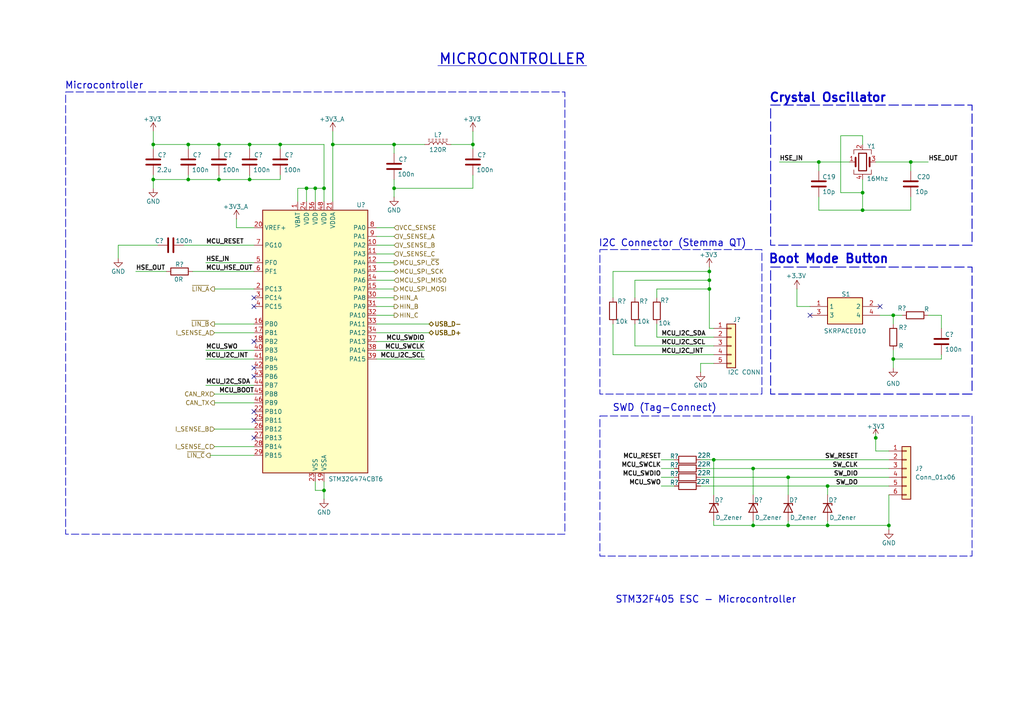
<source format=kicad_sch>
(kicad_sch (version 20250114) (generator "eeschema") (generator_version "9.0")
  (paper "A4")
  (title_block (title "STM32F405 ESC") (rev "0.0.1") (company "mangoByte"))
  (lib_symbols
    (symbol "Connector_Generic:Conn_01x05" (pin_names (offset 1.016) (hide yes))
      (property "Reference" "J" (at 0 7.62 0))
      (property "Value" "Conn_01x05" (at 0 -7.62 0))
      (symbol "Conn_01x05_1_1"
        (rectangle (start -1.27 6.35) (end 1.27 -6.35) (stroke (width 0.254)) (fill (type background)))
        (rectangle (start -1.27 5.207) (end 0 4.953) (stroke (width 0.1524)))
        (rectangle (start -1.27 2.667) (end 0 2.413) (stroke (width 0.1524)))
        (rectangle (start -1.27 0.127) (end 0 -0.127) (stroke (width 0.1524)))
        (rectangle (start -1.27 -2.413) (end 0 -2.667) (stroke (width 0.1524)))
        (rectangle (start -1.27 -4.953) (end 0 -5.207) (stroke (width 0.1524)))
        (pin passive line (at -5.08 5.08 0) (length 3.81) (name "Pin_1") (number "1"))
        (pin passive line (at -5.08 2.54 0) (length 3.81) (name "Pin_2") (number "2"))
        (pin passive line (at -5.08 0 0) (length 3.81) (name "Pin_3") (number "3"))
        (pin passive line (at -5.08 -2.54 0) (length 3.81) (name "Pin_4") (number "4"))
        (pin passive line (at -5.08 -5.08 0) (length 3.81) (name "Pin_5") (number "5"))
      )
    )
    (symbol "Connector_Generic:Conn_01x06" (pin_names (offset 1.016) (hide yes))
      (property "Reference" "J" (at 0 7.62 0))
      (property "Value" "Conn_01x06" (at 0 -10.16 0))
      (symbol "Conn_01x06_1_1"
        (rectangle (start -1.27 6.35) (end 1.27 -8.89) (stroke (width 0.254)) (fill (type background)))
        (rectangle (start -1.27 5.207) (end 0 4.953) (stroke (width 0.1524)))
        (rectangle (start -1.27 2.667) (end 0 2.413) (stroke (width 0.1524)))
        (rectangle (start -1.27 0.127) (end 0 -0.127) (stroke (width 0.1524)))
        (rectangle (start -1.27 -2.413) (end 0 -2.667) (stroke (width 0.1524)))
        (rectangle (start -1.27 -4.953) (end 0 -5.207) (stroke (width 0.1524)))
        (rectangle (start -1.27 -7.493) (end 0 -7.747) (stroke (width 0.1524)))
        (pin passive line (at -5.08 5.08 0) (length 3.81) (name "Pin_1") (number "1"))
        (pin passive line (at -5.08 2.54 0) (length 3.81) (name "Pin_2") (number "2"))
        (pin passive line (at -5.08 0 0) (length 3.81) (name "Pin_3") (number "3"))
        (pin passive line (at -5.08 -2.54 0) (length 3.81) (name "Pin_4") (number "4"))
        (pin passive line (at -5.08 -5.08 0) (length 3.81) (name "Pin_5") (number "5"))
        (pin passive line (at -5.08 -7.62 0) (length 3.81) (name "Pin_6") (number "6"))
      )
    )
    (symbol "Device:C" (pin_numbers (hide yes)) (pin_names (offset 0.254))
      (property "Reference" "C" (at 0.635 2.54 0))
      (property "Value" "C" (at 0.635 -2.54 0))
      (symbol "C_0_1"
        (polyline (pts (xy -2.032 0.762) (xy 2.032 0.762)) (stroke (width 0.508)))
        (polyline (pts (xy -2.032 -0.762) (xy 2.032 -0.762)) (stroke (width 0.508)))
      )
      (symbol "C_1_1"
        (pin passive line (at 0 3.81 270) (length 2.794) (name "~") (number "1"))
        (pin passive line (at 0 -3.81 90) (length 2.794) (name "~") (number "2"))
      )
    )
    (symbol "Device:Crystal_GND24" (pin_names (offset 1.016) (hide yes))
      (property "Reference" "Y" (at 3.175 5.08 0))
      (property "Value" "Crystal_GND24" (at 3.175 3.175 0))
      (symbol "Crystal_GND24_0_1"
        (polyline (pts (xy -2.54 2.286) (xy -2.54 3.556) (xy 2.54 3.556) (xy 2.54 2.286)))
        (polyline (pts (xy -2.54 0) (xy -2.032 0)))
        (polyline (pts (xy -2.54 -2.286) (xy -2.54 -3.556) (xy 2.54 -3.556) (xy 2.54 -2.286)))
        (polyline (pts (xy -2.032 -1.27) (xy -2.032 1.27)) (stroke (width 0.508)))
        (rectangle (start -1.143 2.54) (end 1.143 -2.54) (stroke (width 0.3048)))
        (polyline (pts (xy 0 3.556) (xy 0 3.81)))
        (polyline (pts (xy 0 -3.81) (xy 0 -3.556)))
        (polyline (pts (xy 2.032 0) (xy 2.54 0)))
        (polyline (pts (xy 2.032 -1.27) (xy 2.032 1.27)) (stroke (width 0.508)))
      )
      (symbol "Crystal_GND24_1_1"
        (pin passive line (at -3.81 0 0) (length 1.27) (name "1") (number "1"))
        (pin passive line (at 0 5.08 270) (length 1.27) (name "2") (number "2"))
        (pin passive line (at 0 -5.08 90) (length 1.27) (name "4") (number "4"))
        (pin passive line (at 3.81 0 180) (length 1.27) (name "3") (number "3"))
      )
    )
    (symbol "Device:D_Zener" (pin_numbers (hide yes)) (pin_names (offset 1.016) (hide yes))
      (property "Reference" "D" (at 0 2.54 0))
      (property "Value" "D_Zener" (at 0 -2.54 0))
      (symbol "D_Zener_0_1"
        (polyline (pts (xy -1.27 -1.27) (xy -1.27 1.27) (xy -0.762 1.27)) (stroke (width 0.254)))
        (polyline (pts (xy 1.27 0) (xy -1.27 0)))
        (polyline (pts (xy 1.27 -1.27) (xy 1.27 1.27) (xy -1.27 0) (xy 1.27 -1.27)) (stroke (width 0.254)))
      )
      (symbol "D_Zener_1_1"
        (pin passive line (at -3.81 0 0) (length 2.54) (name "K") (number "1"))
        (pin passive line (at 3.81 0 180) (length 2.54) (name "A") (number "2"))
      )
    )
    (symbol "Device:L_Ferrite" (pin_numbers (hide yes)) (pin_names (offset 1.016) (hide yes))
      (property "Reference" "L" (at -1.27 0 90))
      (property "Value" "L_Ferrite" (at 2.794 0 90))
      (symbol "L_Ferrite_0_1"
        (arc (start 0 2.54) (mid 0.6323 1.905) (end 0 1.27))
        (arc (start 0 1.27) (mid 0.6323 0.635) (end 0 0))
        (arc (start 0 0) (mid 0.6323 -0.635) (end 0 -1.27))
        (arc (start 0 -1.27) (mid 0.6323 -1.905) (end 0 -2.54))
        (polyline (pts (xy 1.016 2.286) (xy 1.016 2.794)))
        (polyline (pts (xy 1.016 1.27) (xy 1.016 1.778)))
        (polyline (pts (xy 1.016 0.254) (xy 1.016 0.762)))
        (polyline (pts (xy 1.016 -0.762) (xy 1.016 -0.254)))
        (polyline (pts (xy 1.016 -1.778) (xy 1.016 -1.27)))
        (polyline (pts (xy 1.016 -2.794) (xy 1.016 -2.286)))
        (polyline (pts (xy 1.524 2.794) (xy 1.524 2.286)))
        (polyline (pts (xy 1.524 1.778) (xy 1.524 1.27)))
        (polyline (pts (xy 1.524 0.762) (xy 1.524 0.254)))
        (polyline (pts (xy 1.524 -0.254) (xy 1.524 -0.762)))
        (polyline (pts (xy 1.524 -1.27) (xy 1.524 -1.778)))
        (polyline (pts (xy 1.524 -2.286) (xy 1.524 -2.794)))
      )
      (symbol "L_Ferrite_1_1"
        (pin passive line (at 0 3.81 270) (length 1.27) (name "1") (number "1"))
        (pin passive line (at 0 -3.81 90) (length 1.27) (name "2") (number "2"))
      )
    )
    (symbol "Device:R" (pin_numbers (hide yes)) (pin_names (offset 0))
      (property "Reference" "R" (at 2.032 0 90))
      (property "Value" "R" (at 0 0 90))
      (symbol "R_0_1"
        (rectangle (start -1.016 -2.54) (end 1.016 2.54) (stroke (width 0.254)))
      )
      (symbol "R_1_1"
        (pin passive line (at 0 3.81 270) (length 1.27) (name "~") (number "1"))
        (pin passive line (at 0 -3.81 90) (length 1.27) (name "~") (number "2"))
      )
    )
    (symbol "MCU_ST_STM32G4:STM32G474CBTx"
      (property "Reference" "U" (at -15.24 39.37 0))
      (property "Value" "STM32G474CBTx" (at 7.62 39.37 0))
      (symbol "STM32G474CBTx_0_1"
        (rectangle (start -15.24 -38.1) (end 15.24 38.1) (stroke (width 0.254)) (fill (type background)))
      )
      (symbol "STM32G474CBTx_1_1"
        (pin input line (at -17.78 33.02 0) (length 2.54) (name "VREF+") (number "20"))
        (pin bidirectional line (at -17.78 27.94 0) (length 2.54) (name "PG10") (number "7"))
        (pin bidirectional line (at -17.78 22.86 0) (length 2.54) (name "PF0") (number "5"))
        (pin bidirectional line (at -17.78 20.32 0) (length 2.54) (name "PF1") (number "6"))
        (pin bidirectional line (at -17.78 15.24 0) (length 2.54) (name "PC13") (number "2"))
        (pin bidirectional line (at -17.78 12.7 0) (length 2.54) (name "PC14") (number "3"))
        (pin bidirectional line (at -17.78 10.16 0) (length 2.54) (name "PC15") (number "4"))
        (pin bidirectional line (at -17.78 5.08 0) (length 2.54) (name "PB0") (number "16"))
        (pin bidirectional line (at -17.78 2.54 0) (length 2.54) (name "PB1") (number "17"))
        (pin bidirectional line (at -17.78 0 0) (length 2.54) (name "PB2") (number "18"))
        (pin bidirectional line (at -17.78 -2.54 0) (length 2.54) (name "PB3") (number "40"))
        (pin bidirectional line (at -17.78 -5.08 0) (length 2.54) (name "PB4") (number "41"))
        (pin bidirectional line (at -17.78 -7.62 0) (length 2.54) (name "PB5") (number "42"))
        (pin bidirectional line (at -17.78 -10.16 0) (length 2.54) (name "PB6") (number "43"))
        (pin bidirectional line (at -17.78 -12.7 0) (length 2.54) (name "PB7") (number "44"))
        (pin bidirectional line (at -17.78 -15.24 0) (length 2.54) (name "PB8") (number "45"))
        (pin bidirectional line (at -17.78 -17.78 0) (length 2.54) (name "PB9") (number "46"))
        (pin bidirectional line (at -17.78 -20.32 0) (length 2.54) (name "PB10") (number "22"))
        (pin bidirectional line (at -17.78 -22.86 0) (length 2.54) (name "PB11") (number "25"))
        (pin bidirectional line (at -17.78 -25.4 0) (length 2.54) (name "PB12") (number "26"))
        (pin bidirectional line (at -17.78 -27.94 0) (length 2.54) (name "PB13") (number "27"))
        (pin bidirectional line (at -17.78 -30.48 0) (length 2.54) (name "PB14") (number "28"))
        (pin bidirectional line (at -17.78 -33.02 0) (length 2.54) (name "PB15") (number "29"))
        (pin power_in line (at -5.08 40.64 270) (length 2.54) (name "VBAT") (number "1"))
        (pin power_in line (at -2.54 40.64 270) (length 2.54) (name "VDD") (number "24"))
        (pin power_in line (at 0 40.64 270) (length 2.54) (name "VDD") (number "36"))
        (pin power_in line (at 0 -40.64 90) (length 2.54) (name "VSS") (number "23"))
        (pin passive line (at 0 -40.64 90) (length 2.54) (hide yes) (name "VSS") (number "35"))
        (pin passive line (at 0 -40.64 90) (length 2.54) (hide yes) (name "VSS") (number "47"))
        (pin power_in line (at 2.54 40.64 270) (length 2.54) (name "VDD") (number "48"))
        (pin power_in line (at 2.54 -40.64 90) (length 2.54) (name "VSSA") (number "19"))
        (pin power_in line (at 5.08 40.64 270) (length 2.54) (name "VDDA") (number "21"))
        (pin bidirectional line (at 17.78 33.02 180) (length 2.54) (name "PA0") (number "8"))
        (pin bidirectional line (at 17.78 30.48 180) (length 2.54) (name "PA1") (number "9"))
        (pin bidirectional line (at 17.78 27.94 180) (length 2.54) (name "PA2") (number "10"))
        (pin bidirectional line (at 17.78 25.4 180) (length 2.54) (name "PA3") (number "11"))
        (pin bidirectional line (at 17.78 22.86 180) (length 2.54) (name "PA4") (number "12"))
        (pin bidirectional line (at 17.78 20.32 180) (length 2.54) (name "PA5") (number "13"))
        (pin bidirectional line (at 17.78 17.78 180) (length 2.54) (name "PA6") (number "14"))
        (pin bidirectional line (at 17.78 15.24 180) (length 2.54) (name "PA7") (number "15"))
        (pin bidirectional line (at 17.78 12.7 180) (length 2.54) (name "PA8") (number "30"))
        (pin bidirectional line (at 17.78 10.16 180) (length 2.54) (name "PA9") (number "31"))
        (pin bidirectional line (at 17.78 7.62 180) (length 2.54) (name "PA10") (number "32"))
        (pin bidirectional line (at 17.78 5.08 180) (length 2.54) (name "PA11") (number "33"))
        (pin bidirectional line (at 17.78 2.54 180) (length 2.54) (name "PA12") (number "34"))
        (pin bidirectional line (at 17.78 0 180) (length 2.54) (name "PA13") (number "37"))
        (pin bidirectional line (at 17.78 -2.54 180) (length 2.54) (name "PA14") (number "38"))
        (pin bidirectional line (at 17.78 -5.08 180) (length 2.54) (name "PA15") (number "39"))
      )
    )
    (symbol "No silk screen devices:R" (pin_numbers (hide yes)) (pin_names (offset 0))
      (property "Reference" "R" (at 2.032 0 90))
      (property "Value" "R" (at 0 0 90))
      (symbol "R_0_1"
        (rectangle (start -1.016 -2.54) (end 1.016 2.54) (stroke (width 0.254)))
      )
      (symbol "R_1_1"
        (pin passive line (at 0 3.81 270) (length 1.27) (name "~") (number "1"))
        (pin passive line (at 0 -3.81 90) (length 1.27) (name "~") (number "2"))
      )
    )
    (symbol "SKRPARE010:SKRPARE010"
      (property "Reference" "S" (at 16.51 7.62 0))
      (property "Value" "SKRPARE010" (at 16.51 5.08 0))
      (symbol "SKRPARE010_1_1"
        (rectangle (start 5.08 2.54) (end 15.24 -5.08) (stroke (width 0.254)) (fill (type background)))
        (pin passive line (at 0 0 0) (length 5.08) (name "1") (number "1"))
        (pin passive line (at 0 -2.54 0) (length 5.08) (name "3") (number "3"))
        (pin passive line (at 20.32 0 180) (length 5.08) (name "2") (number "2"))
        (pin passive line (at 20.32 -2.54 180) (length 5.08) (name "4") (number "4"))
      )
    )
    (symbol "power:+3.3V" (power) (pin_numbers (hide yes)) (pin_names (offset 0) (hide yes))
      (property "Value" "+3.3V" (at 0 3.556 0))
      (symbol "+3.3V_0_1"
        (polyline (pts (xy -0.762 1.27) (xy 0 2.54)))
        (polyline (pts (xy 0 2.54) (xy 0.762 1.27)))
        (polyline (pts (xy 0 0) (xy 0 2.54)))
      )
      (symbol "+3.3V_1_1"
        (pin power_in line (at 0 0 90) (length 0) (name "~") (number "1"))
      )
    )
    (symbol "power:+3V3" (power) (pin_numbers (hide yes)) (pin_names (offset 0) (hide yes))
      (property "Value" "+3V3" (at 0 3.556 0))
      (symbol "+3V3_0_1"
        (polyline (pts (xy -0.762 1.27) (xy 0 2.54)))
        (polyline (pts (xy 0 2.54) (xy 0.762 1.27)))
        (polyline (pts (xy 0 0) (xy 0 2.54)))
      )
      (symbol "+3V3_1_1"
        (pin power_in line (at 0 0 90) (length 0) (name "~") (number "1"))
      )
    )
    (symbol "power:GND" (power) (pin_numbers (hide yes)) (pin_names (offset 0) (hide yes))
      (property "Value" "GND" (at 0 -3.81 0))
      (symbol "GND_0_1"
        (polyline (pts (xy 0 0) (xy 0 -1.27) (xy 1.27 -1.27) (xy 0 -2.54) (xy -1.27 -1.27) (xy 0 -1.27)))
      )
      (symbol "GND_1_1"
        (pin power_in line (at 0 0 270) (length 0) (name "~") (number "1"))
      )
    )
  )
  (rectangle (start 173.99 120.65) (end 281.94 161.29) (stroke (width 0.2) (type dash)))
  (rectangle (start 223.52 30.48) (end 281.94 71.12) (stroke (width 0.254) (type dash)))
  (rectangle (start 19.05 26.67) (end 163.83 154.94) (stroke (width 0.2) (type dash)))
  (rectangle (start 173.99 72.39) (end 220.98 114.3) (stroke (width 0.2) (type dash)))
  (rectangle (start 223.52 77.47) (end 281.94 114.3) (stroke (width 0.254) (type dash)))
  (text "STM32F405 ESC - Microcontroller" (at 204.724 173.99 0) (effects (font (size 2 2) (thickness 0.254) (bold yes))))
  (text "Microcontroller" (at 30.226 24.892 0) (effects (font (size 2 2) (thickness 0.254) (bold yes))))
  (text "Crystal Oscillator" (at 223.012 28.448 0) (effects (font (size 2.54 2.54) (thickness 0.508) (bold yes)) (justify left)))
  (text "Boot Mode Button" (at 222.758 75.184 0) (effects (font (size 2.54 2.54) (thickness 0.508) (bold yes)) (justify left)))
  (text "SWD (Tag-Connect)" (at 192.786 118.364 0) (effects (font (size 2 2) (thickness 0.254) (bold yes))))
  (text "I2C Connector (Stemma QT)" (at 195.072 70.612 0) (effects (font (size 2 2) (thickness 0.254) (bold yes))))
  (text "MICROCONTROLLER" (at 148.59 17.272 0) (effects (font (size 3 3) (thickness 0.4) (bold yes))))
  (junction (at 91.44 54.61))
  (junction (at 237.49 46.99))
  (junction (at 259.08 104.14))
  (junction (at 264.16 46.99))
  (junction (at 44.45 52.07))
  (junction (at 137.16 41.91))
  (junction (at 228.6 152.4))
  (junction (at 205.74 81.28))
  (junction (at 228.6 138.43))
  (junction (at 72.39 41.91))
  (junction (at 63.5 41.91))
  (junction (at 250.19 55.88))
  (junction (at 205.74 83.82))
  (junction (at 88.9 54.61))
  (junction (at 218.44 152.4))
  (junction (at 96.52 41.91))
  (junction (at 81.28 41.91))
  (junction (at 240.03 152.4))
  (junction (at 218.44 135.89))
  (junction (at 93.98 142.24))
  (junction (at 250.19 60.96))
  (junction (at 259.08 91.44))
  (junction (at 72.39 52.07))
  (junction (at 257.81 152.4))
  (junction (at 54.61 52.07))
  (junction (at 44.45 41.91))
  (junction (at 254 127))
  (junction (at 54.61 41.91))
  (junction (at 205.74 78.74))
  (junction (at 207.01 133.35))
  (junction (at 114.3 41.91))
  (junction (at 114.3 54.61))
  (junction (at 240.03 140.97))
  (junction (at 93.98 54.61))
  (junction (at 63.5 52.07))
  (no_connect (at 255.27 88.9))
  (no_connect (at 73.66 109.22))
  (no_connect (at 234.95 91.44))
  (no_connect (at 73.66 127))
  (no_connect (at 73.66 106.68))
  (no_connect (at 73.66 99.06))
  (no_connect (at 73.66 119.38))
  (no_connect (at 73.66 88.9))
  (no_connect (at 73.66 121.92))
  (no_connect (at 73.66 86.36))
  (wire (pts (xy 63.5 43.18) (xy 63.5 41.91)))
  (wire (pts (xy 264.16 46.99) (xy 264.16 49.53)))
  (wire (pts (xy 259.08 104.14) (xy 259.08 106.68)))
  (wire (pts (xy 203.2 138.43) (xy 228.6 138.43)))
  (wire (pts (xy 191.77 135.89) (xy 195.58 135.89)))
  (wire (pts (xy 177.8 86.36) (xy 177.8 78.74)))
  (wire (pts (xy 250.19 39.37) (xy 243.84 39.37)))
  (wire (pts (xy 91.44 54.61) (xy 91.44 58.42)))
  (wire (pts (xy 273.05 102.87) (xy 273.05 104.14)))
  (wire (pts (xy 81.28 50.8) (xy 81.28 52.07)))
  (wire (pts (xy 205.74 78.74) (xy 205.74 81.28)))
  (wire (pts (xy 96.52 38.1) (xy 96.52 41.91)))
  (wire (pts (xy 203.2 105.41) (xy 207.01 105.41)))
  (wire (pts (xy 228.6 143.51) (xy 228.6 138.43)))
  (wire (pts (xy 257.81 143.51) (xy 257.81 152.4)))
  (wire (pts (xy 53.34 71.12) (xy 73.66 71.12)))
  (wire (pts (xy 218.44 143.51) (xy 218.44 135.89)))
  (wire (pts (xy 72.39 43.18) (xy 72.39 41.91)))
  (wire (pts (xy 59.69 104.14) (xy 73.66 104.14)))
  (wire (pts (xy 109.22 93.98) (xy 124.46 93.98)))
  (wire (pts (xy 207.01 133.35) (xy 257.81 133.35)))
  (wire (pts (xy 273.05 104.14) (xy 259.08 104.14)))
  (wire (pts (xy 184.15 93.98) (xy 184.15 100.33)))
  (wire (pts (xy 177.8 78.74) (xy 205.74 78.74)))
  (wire (pts (xy 228.6 152.4) (xy 240.03 152.4)))
  (wire (pts (xy 190.5 93.98) (xy 190.5 97.79)))
  (wire (pts (xy 273.05 91.44) (xy 269.24 91.44)))
  (wire (pts (xy 109.22 86.36) (xy 114.3 86.36)))
  (wire (pts (xy 109.22 66.04) (xy 114.3 66.04)))
  (wire (pts (xy 243.84 39.37) (xy 243.84 55.88)))
  (wire (pts (xy 240.03 151.13) (xy 240.03 152.4)))
  (wire (pts (xy 109.22 91.44) (xy 114.3 91.44)))
  (wire (pts (xy 59.69 76.2) (xy 73.66 76.2)))
  (wire (pts (xy 54.61 43.18) (xy 54.61 41.91)))
  (wire (pts (xy 137.16 54.61) (xy 114.3 54.61)))
  (wire (pts (xy 81.28 41.91) (xy 93.98 41.91)))
  (wire (pts (xy 205.74 78.74) (xy 205.74 77.47)))
  (wire (pts (xy 228.6 151.13) (xy 228.6 152.4)))
  (wire (pts (xy 184.15 86.36) (xy 184.15 81.28)))
  (polyline (pts (xy 127 19.05) (xy 170.18 19.05)))
  (wire (pts (xy 54.61 41.91) (xy 63.5 41.91)))
  (wire (pts (xy 109.22 104.14) (xy 123.19 104.14)))
  (wire (pts (xy 184.15 100.33) (xy 207.01 100.33)))
  (wire (pts (xy 34.29 71.12) (xy 34.29 74.93)))
  (wire (pts (xy 205.74 83.82) (xy 205.74 95.25)))
  (wire (pts (xy 177.8 102.87) (xy 207.01 102.87)))
  (wire (pts (xy 109.22 73.66) (xy 114.3 73.66)))
  (wire (pts (xy 114.3 41.91) (xy 114.3 44.45)))
  (wire (pts (xy 250.19 55.88) (xy 250.19 52.07)))
  (wire (pts (xy 109.22 83.82) (xy 114.3 83.82)))
  (wire (pts (xy 93.98 139.7) (xy 93.98 142.24)))
  (wire (pts (xy 254 46.99) (xy 264.16 46.99)))
  (wire (pts (xy 62.23 83.82) (xy 73.66 83.82)))
  (wire (pts (xy 93.98 58.42) (xy 93.98 54.61)))
  (wire (pts (xy 81.28 52.07) (xy 72.39 52.07)))
  (wire (pts (xy 237.49 60.96) (xy 250.19 60.96)))
  (wire (pts (xy 93.98 54.61) (xy 93.98 41.91)))
  (wire (pts (xy 44.45 41.91) (xy 54.61 41.91)))
  (wire (pts (xy 62.23 96.52) (xy 73.66 96.52)))
  (wire (pts (xy 123.19 99.06) (xy 109.22 99.06)))
  (wire (pts (xy 255.27 91.44) (xy 259.08 91.44)))
  (wire (pts (xy 44.45 52.07) (xy 54.61 52.07)))
  (wire (pts (xy 207.01 95.25) (xy 205.74 95.25)))
  (wire (pts (xy 218.44 152.4) (xy 228.6 152.4)))
  (wire (pts (xy 59.69 111.76) (xy 73.66 111.76)))
  (wire (pts (xy 59.69 101.6) (xy 73.66 101.6)))
  (wire (pts (xy 184.15 81.28) (xy 205.74 81.28)))
  (wire (pts (xy 240.03 140.97) (xy 257.81 140.97)))
  (wire (pts (xy 91.44 139.7) (xy 91.44 142.24)))
  (wire (pts (xy 63.5 52.07) (xy 54.61 52.07)))
  (wire (pts (xy 68.58 63.5) (xy 68.58 66.04)))
  (wire (pts (xy 191.77 140.97) (xy 195.58 140.97)))
  (wire (pts (xy 44.45 50.8) (xy 44.45 52.07)))
  (wire (pts (xy 246.38 46.99) (xy 237.49 46.99)))
  (wire (pts (xy 205.74 81.28) (xy 205.74 83.82)))
  (wire (pts (xy 190.5 97.79) (xy 207.01 97.79)))
  (wire (pts (xy 81.28 43.18) (xy 81.28 41.91)))
  (wire (pts (xy 55.88 78.74) (xy 73.66 78.74)))
  (wire (pts (xy 218.44 151.13) (xy 218.44 152.4)))
  (wire (pts (xy 203.2 135.89) (xy 218.44 135.89)))
  (wire (pts (xy 91.44 54.61) (xy 88.9 54.61)))
  (wire (pts (xy 63.5 50.8) (xy 63.5 52.07)))
  (wire (pts (xy 243.84 55.88) (xy 250.19 55.88)))
  (wire (pts (xy 88.9 54.61) (xy 88.9 58.42)))
  (wire (pts (xy 254 130.81) (xy 257.81 130.81)))
  (wire (pts (xy 137.16 38.1) (xy 137.16 41.91)))
  (wire (pts (xy 114.3 57.15) (xy 114.3 54.61)))
  (wire (pts (xy 191.77 138.43) (xy 195.58 138.43)))
  (wire (pts (xy 72.39 50.8) (xy 72.39 52.07)))
  (wire (pts (xy 218.44 135.89) (xy 257.81 135.89)))
  (wire (pts (xy 91.44 142.24) (xy 93.98 142.24)))
  (wire (pts (xy 114.3 54.61) (xy 114.3 52.07)))
  (wire (pts (xy 207.01 151.13) (xy 207.01 152.4)))
  (wire (pts (xy 207.01 152.4) (xy 218.44 152.4)))
  (wire (pts (xy 109.22 96.52) (xy 124.46 96.52)))
  (wire (pts (xy 228.6 138.43) (xy 257.81 138.43)))
  (wire (pts (xy 259.08 91.44) (xy 261.62 91.44)))
  (wire (pts (xy 250.19 41.91) (xy 250.19 39.37)))
  (wire (pts (xy 109.22 78.74) (xy 114.3 78.74)))
  (wire (pts (xy 226.06 46.99) (xy 237.49 46.99)))
  (wire (pts (xy 203.2 140.97) (xy 240.03 140.97)))
  (wire (pts (xy 203.2 133.35) (xy 207.01 133.35)))
  (wire (pts (xy 109.22 88.9) (xy 114.3 88.9)))
  (wire (pts (xy 259.08 91.44) (xy 259.08 93.98)))
  (wire (pts (xy 130.81 41.91) (xy 137.16 41.91)))
  (wire (pts (xy 191.77 133.35) (xy 195.58 133.35)))
  (wire (pts (xy 72.39 52.07) (xy 63.5 52.07)))
  (wire (pts (xy 109.22 101.6) (xy 123.19 101.6)))
  (wire (pts (xy 137.16 50.8) (xy 137.16 54.61)))
  (wire (pts (xy 190.5 83.82) (xy 205.74 83.82)))
  (wire (pts (xy 44.45 52.07) (xy 44.45 54.61)))
  (wire (pts (xy 259.08 101.6) (xy 259.08 104.14)))
  (wire (pts (xy 190.5 86.36) (xy 190.5 83.82)))
  (wire (pts (xy 93.98 54.61) (xy 91.44 54.61)))
  (wire (pts (xy 88.9 54.61) (xy 86.36 54.61)))
  (wire (pts (xy 34.29 71.12) (xy 45.72 71.12)))
  (wire (pts (xy 96.52 41.91) (xy 96.52 58.42)))
  (wire (pts (xy 62.23 116.84) (xy 73.66 116.84)))
  (wire (pts (xy 207.01 133.35) (xy 207.01 143.51)))
  (wire (pts (xy 72.39 41.91) (xy 81.28 41.91)))
  (wire (pts (xy 257.81 152.4) (xy 257.81 153.67)))
  (wire (pts (xy 254 127) (xy 254 130.81)))
  (wire (pts (xy 203.2 105.41) (xy 203.2 107.95)))
  (wire (pts (xy 273.05 91.44) (xy 273.05 95.25)))
  (wire (pts (xy 240.03 152.4) (xy 257.81 152.4)))
  (wire (pts (xy 264.16 46.99) (xy 269.24 46.99)))
  (wire (pts (xy 60.96 132.08) (xy 73.66 132.08)))
  (wire (pts (xy 109.22 68.58) (xy 114.3 68.58)))
  (wire (pts (xy 237.49 46.99) (xy 237.49 49.53)))
  (wire (pts (xy 39.37 78.74) (xy 48.26 78.74)))
  (wire (pts (xy 62.23 129.54) (xy 73.66 129.54)))
  (wire (pts (xy 109.22 76.2) (xy 114.3 76.2)))
  (wire (pts (xy 254 127) (xy 254 125.73)))
  (wire (pts (xy 96.52 41.91) (xy 114.3 41.91)))
  (wire (pts (xy 109.22 71.12) (xy 114.3 71.12)))
  (wire (pts (xy 114.3 41.91) (xy 123.19 41.91)))
  (wire (pts (xy 231.14 88.9) (xy 234.95 88.9)))
  (wire (pts (xy 250.19 60.96) (xy 250.19 55.88)))
  (wire (pts (xy 237.49 57.15) (xy 237.49 60.96)))
  (wire (pts (xy 86.36 54.61) (xy 86.36 58.42)))
  (wire (pts (xy 93.98 142.24) (xy 93.98 144.78)))
  (wire (pts (xy 264.16 60.96) (xy 250.19 60.96)))
  (wire (pts (xy 44.45 38.1) (xy 44.45 41.91)))
  (wire (pts (xy 231.14 83.82) (xy 231.14 88.9)))
  (wire (pts (xy 63.5 41.91) (xy 72.39 41.91)))
  (wire (pts (xy 137.16 43.18) (xy 137.16 41.91)))
  (wire (pts (xy 240.03 140.97) (xy 240.03 143.51)))
  (wire (pts (xy 177.8 102.87) (xy 177.8 93.98)))
  (wire (pts (xy 62.23 114.3) (xy 73.66 114.3)))
  (wire (pts (xy 54.61 50.8) (xy 54.61 52.07)))
  (wire (pts (xy 264.16 57.15) (xy 264.16 60.96)))
  (wire (pts (xy 109.22 81.28) (xy 114.3 81.28)))
  (wire (pts (xy 44.45 41.91) (xy 44.45 43.18)))
  (wire (pts (xy 62.23 124.46) (xy 73.66 124.46)))
  (wire (pts (xy 62.23 93.98) (xy 73.66 93.98)))
  (wire (pts (xy 68.58 66.04) (xy 73.66 66.04)))
  (label "HSE_OUT" (at 269.24 46.99 0) (effects (font (thickness 0.254) (bold yes))))
  (label "HSE_IN" (at 226.06 46.99 0) (effects (font (thickness 0.254) (bold yes))))
  (label "MCU_SWO" (at 59.69 101.6 0) (effects (font (thickness 0.254) (bold yes))))
  (label "SW_DIO" (at 248.92 138.43 180) (effects (font (thickness 0.254) (bold yes))))
  (label "MCU_SWO" (at 191.77 140.97 180) (effects (font (thickness 0.254) (bold yes))))
  (label "MCU_I2C_SCL" (at 191.77 100.33 0) (effects (font (thickness 0.254) (bold yes))))
  (label "MCU_SWDIO" (at 123.19 99.06 180) (effects (font (thickness 0.254) (bold yes))))
  (label "MCU_I2C_SDA" (at 191.77 97.79 0) (effects (font (thickness 0.254) (bold yes))))
  (label "MCU_HSE_OUT" (at 59.69 78.74 0) (effects (font (thickness 0.254) (bold yes))))
  (label "MCU_I2C_SCL" (at 123.19 104.14 180) (effects (font (thickness 0.254) (bold yes))))
  (label "SW_DO" (at 248.92 140.97 180) (effects (font (thickness 0.254) (bold yes))))
  (label "MCU_I2C_INT" (at 59.69 104.14 0) (effects (font (thickness 0.254) (bold yes))))
  (label "MCU_SWCLK" (at 191.77 135.89 180) (effects (font (thickness 0.254) (bold yes))))
  (label "HSE_OUT" (at 39.37 78.74 0) (effects (font (thickness 0.254) (bold yes))))
  (label "MCU_RESET" (at 59.69 71.12 0) (effects (font (thickness 0.254) (bold yes))))
  (label "MCU_BOOT" (at 63.5 114.3 0) (effects (font (thickness 0.254) (bold yes))))
  (label "MCU_SWCLK" (at 123.19 101.6 180) (effects (font (thickness 0.254) (bold yes))))
  (label "MCU_I2C_SDA" (at 59.69 111.76 0) (effects (font (thickness 0.254) (bold yes))))
  (label "MCU_SWDIO" (at 191.77 138.43 180) (effects (font (thickness 0.254) (bold yes))))
  (label "SW_RESET" (at 248.92 133.35 180) (effects (font (thickness 0.254) (bold yes))))
  (label "SW_CLK" (at 248.92 135.89 180) (effects (font (thickness 0.254) (bold yes))))
  (label "HSE_IN" (at 59.69 76.2 0) (effects (font (thickness 0.254) (bold yes))))
  (label "MCU_RESET" (at 191.77 133.35 180) (effects (font (thickness 0.254) (bold yes))))
  (label "MCU_I2C_INT" (at 191.77 102.87 0) (effects (font (thickness 0.254) (bold yes))))
  (hierarchical_label "USB_D-" (shape bidirectional) (at 124.46 93.98 0) (effects (font (thickness 0.254) (bold yes))))
  (hierarchical_label "CAN_RX" (shape input) (at 62.23 114.3 180))
  (hierarchical_label "I_SENSE_C" (shape input) (at 62.23 129.54 180))
  (hierarchical_label "USB_D+" (shape bidirectional) (at 124.46 96.52 0) (effects (font (thickness 0.254) (bold yes))))
  (hierarchical_label "~{LIN_B}" (shape output) (at 62.23 93.98 180))
  (hierarchical_label "I_SENSE_B" (shape input) (at 62.23 124.46 180))
  (hierarchical_label "MCU_SPI_~{CS}" (shape output) (at 114.3 76.2 0))
  (hierarchical_label "HIN_C" (shape output) (at 114.3 91.44 0))
  (hierarchical_label "V_SENSE_B" (shape input) (at 114.3 71.12 0))
  (hierarchical_label "HIN_B" (shape output) (at 114.3 88.9 0))
  (hierarchical_label "HIN_A" (shape output) (at 114.3 86.36 0))
  (hierarchical_label "CAN_TX" (shape output) (at 62.23 116.84 180))
  (hierarchical_label "MCU_SPI_MISO" (shape input) (at 114.3 81.28 0))
  (hierarchical_label "V_SENSE_A" (shape input) (at 114.3 68.58 0))
  (hierarchical_label "MCU_SPI_SCK" (shape bidirectional) (at 114.3 78.74 0))
  (hierarchical_label "V_SENSE_C" (shape input) (at 114.3 73.66 0))
  (hierarchical_label "VCC_SENSE" (shape input) (at 114.3 66.04 0))
  (hierarchical_label "I_SENSE_A" (shape input) (at 62.23 96.52 180))
  (hierarchical_label "MCU_SPI_MOSI" (shape output) (at 114.3 83.82 0))
  (hierarchical_label "~{LIN_C}" (shape output) (at 60.96 132.08 180))
  (hierarchical_label "~{LIN_A}" (shape output) (at 62.23 83.82 180))
  (symbol (lib_id "Device:C") (at 273.05 99.06 0) (unit 1)
    (property "Reference" "C?" (at 274.066 97.028 0) (effects (justify left)))
    (property "Value" "100n" (at 274.066 101.346 0) (effects (justify left)))
    (property "Footprint" "No Silkscreen:C_0402_1005Metric" (effects (hide yes)))
    (property "Description" "Unpolarized capacitor" (effects (hide yes)))
  )
  (symbol (lib_id "power:+3.3V") (at 231.14 83.82 0) (unit 1)
    (property "Reference" "#PWR039" (effects (hide yes)))
    (property "Value" "+3.3V" (at 230.886 80.01 0))
    (property "Description" "Power symbol creates a global label with name \"+3.3V\"" (effects (hide yes)))
  )
  (symbol (lib_id "Device:C") (at 81.28 46.99 0) (unit 1)
    (property "Reference" "C?" (at 82.55 44.958 0) (effects (justify left)))
    (property "Value" "100n" (at 82.296 49.276 0) (effects (justify left)))
    (property "Footprint" "No Silkscreen:C_0402_1005Metric" (effects (hide yes)))
    (property "Description" "Unpolarized capacitor" (effects (hide yes)))
  )
  (symbol (lib_id "Device:C") (at 237.49 53.34 0) (unit 1)
    (property "Reference" "C19" (at 238.506 51.308 0) (effects (justify left)))
    (property "Value" "10p" (at 238.506 55.626 0) (effects (justify left)))
    (property "Footprint" "No Silkscreen:C_0402_1005Metric" (effects (hide yes)))
    (property "Description" "Unpolarized capacitor" (effects (hide yes)))
  )
  (symbol (lib_id "power:GND") (at 93.98 144.78 0) (unit 1)
    (property "Reference" "#PWR032" (effects (hide yes)))
    (property "Value" "GND" (at 93.98 148.59 0))
    (property "Description" "Power symbol creates a global label with name \"GND\" , ground" (effects (hide yes)))
  )
  (symbol (lib_id "Device:C") (at 72.39 46.99 0) (unit 1)
    (property "Reference" "C?" (at 73.66 44.958 0) (effects (justify left)))
    (property "Value" "100n" (at 73.406 49.276 0) (effects (justify left)))
    (property "Footprint" "No Silkscreen:C_0402_1005Metric" (effects (hide yes)))
    (property "Description" "Unpolarized capacitor" (effects (hide yes)))
  )
  (symbol (lib_id "Device:C") (at 44.45 46.99 0) (unit 1)
    (property "Reference" "C?" (at 45.72 44.958 0) (effects (justify left)))
    (property "Value" "2.2u" (at 45.466 49.276 0) (effects (justify left)))
    (property "Footprint" "No Silkscreen:C_0402_1005Metric" (effects (hide yes)))
    (property "Description" "Unpolarized capacitor" (effects (hide yes)))
  )
  (symbol (lib_id "power:+3V3") (at 205.74 77.47 0) (unit 1)
    (property "Reference" "#PWR045" (effects (hide yes)))
    (property "Value" "+3V3" (at 205.486 73.914 0))
    (property "Description" "Power symbol creates a global label with name \"+3V3\"" (effects (hide yes)))
  )
  (symbol (lib_id "Device:L_Ferrite") (at 127 41.91 90) (unit 1)
    (property "Reference" "L?" (at 127 39.116 90))
    (property "Value" "120R" (at 127 43.434 90))
    (property "Description" "Inductor with ferrite core" (effects (hide yes)))
  )
  (symbol (lib_id "No silk screen devices:R") (at 184.15 90.17 180) (unit 1)
    (property "Reference" "R?" (at 186.69 87.376 0))
    (property "Value" "10k" (at 186.69 93.218 0))
    (property "Description" "Resistor" (effects (hide yes)))
  )
  (symbol (lib_id "Device:C") (at 49.53 71.12 90) (unit 1)
    (property "Reference" "C?" (at 47.498 69.85 90) (effects (justify left)))
    (property "Value" "100n" (at 55.88 69.85 90) (effects (justify left)))
    (property "Footprint" "No Silkscreen:C_0402_1005Metric" (effects (hide yes)))
    (property "Description" "Unpolarized capacitor" (effects (hide yes)))
  )
  (symbol (lib_id "SKRPARE010:SKRPARE010") (at 234.95 88.9 0) (unit 1)
    (property "Reference" "S1" (at 245.364 85.344 0))
    (property "Value" "SKRPACE010" (at 245.11 96.012 0))
    (property "Footprint" "SKRPARE010:SKRPARE010" (effects (hide yes)))
    (property "Datasheet" "https://tech.alpsalpine.com/e/products/detail/SKRPARE010/" (effects (hide yes)))
    (property "Description" "Tactile Switches F=5N ,100M min. 100V DC for 1 min. 250V AC for 1 min. 50mA 16V DC , -40 to +90" (effects (hide yes)))
    (property "Height" "2.5" (effects (hide yes)))
    (property "Mouser Part Number" "688-SKRPARE010" (effects (hide yes)))
    (property "Mouser Price/Stock" "https://www.mouser.co.uk/ProductDetail/Alps-Alpine/SKRPARE010?qs=w%2Fv1CP2dgqqtJ13ywv6BaA%3D%3D" (effects (hide yes)))
    (property "Manufacturer_Name" "ALPS Electric" (effects (hide yes)))
    (property "Manufacturer_Part_Number" "SKRPARE010" (effects (hide yes)))
  )
  (symbol (lib_id "No silk screen devices:R") (at 199.39 140.97 270) (unit 1)
    (property "Reference" "R?" (at 195.58 139.954 90))
    (property "Value" "22R" (at 203.962 139.7 90))
    (property "Footprint" "No Silkscreen:R_0402_1005Metric" (effects (hide yes)))
    (property "Description" "Resistor" (effects (hide yes)))
  )
  (symbol (lib_id "Device:Crystal_GND24") (at 250.19 46.99 0) (unit 1)
    (property "Reference" "Y1" (at 252.73 42.418 0))
    (property "Value" "16Mhz" (at 254.508 51.816 0))
    (property "Footprint" "No Silkscreen:Crystal_SMD_3225-4Pin_3.2x2.5mm" (effects (hide yes)))
    (property "Description" "Four pin crystal, GND on pins 2 and 4" (effects (hide yes)))
  )
  (symbol (lib_id "power:+3V3") (at 68.58 63.5 0) (unit 1)
    (property "Reference" "#PWR038" (effects (hide yes)))
    (property "Value" "+3V3_A" (at 68.326 59.944 0))
    (property "Description" "Power symbol creates a global label with name \"+3V3\"" (effects (hide yes)))
  )
  (symbol (lib_id "Device:C") (at 114.3 48.26 0) (unit 1)
    (property "Reference" "C?" (at 115.57 46.228 0) (effects (justify left)))
    (property "Value" "100n" (at 115.316 50.546 0) (effects (justify left)))
    (property "Footprint" "No Silkscreen:C_0402_1005Metric" (effects (hide yes)))
    (property "Description" "Unpolarized capacitor" (effects (hide yes)))
  )
  (symbol (lib_id "power:+3V3") (at 44.45 38.1 0) (unit 1)
    (property "Reference" "#PWR034" (effects (hide yes)))
    (property "Value" "+3V3" (at 44.196 34.544 0))
    (property "Description" "Power symbol creates a global label with name \"+3V3\"" (effects (hide yes)))
  )
  (symbol (lib_id "power:+3V3") (at 96.52 38.1 0) (unit 1)
    (property "Reference" "#PWR037" (effects (hide yes)))
    (property "Value" "+3V3_A" (at 96.266 34.544 0))
    (property "Description" "Power symbol creates a global label with name \"+3V3\"" (effects (hide yes)))
  )
  (symbol (lib_id "power:+3V3") (at 254 127 0) (unit 1)
    (property "Reference" "#PWR031" (effects (hide yes)))
    (property "Value" "+3V3" (at 254 123.698 0))
    (property "Description" "Power symbol creates a global label with name \"+3V3\"" (effects (hide yes)))
  )
  (symbol (lib_id "Device:D_Zener") (at 228.6 147.32 270) (unit 1)
    (property "Reference" "D?" (at 228.854 145.034 90) (effects (justify left)))
    (property "Value" "D_Zener" (at 229.108 150.114 90) (effects (justify left)))
    (property "Description" "Zener diode" (effects (hide yes)))
  )
  (symbol (lib_id "Device:C") (at 54.61 46.99 0) (unit 1)
    (property "Reference" "C?" (at 55.88 44.958 0) (effects (justify left)))
    (property "Value" "100n" (at 55.626 49.276 0) (effects (justify left)))
    (property "Footprint" "No Silkscreen:C_0402_1005Metric" (effects (hide yes)))
    (property "Description" "Unpolarized capacitor" (effects (hide yes)))
  )
  (symbol (lib_id "Device:R") (at 259.08 97.79 0) (unit 1)
    (property "Reference" "R?" (at 260.604 94.996 0) (effects (justify left)))
    (property "Value" "R" (at 260.604 100.33 0) (effects (justify left)))
    (property "Footprint" "No Silkscreen:R_0402_1005Metric" (effects (hide yes)))
    (property "Description" "Resistor" (effects (hide yes)))
  )
  (symbol (lib_id "Device:C") (at 137.16 46.99 0) (unit 1)
    (property "Reference" "C?" (at 138.43 44.958 0) (effects (justify left)))
    (property "Value" "100n" (at 138.176 49.276 0) (effects (justify left)))
    (property "Footprint" "No Silkscreen:C_0402_1005Metric" (effects (hide yes)))
    (property "Description" "Unpolarized capacitor" (effects (hide yes)))
  )
  (symbol (lib_id "No silk screen devices:R") (at 52.07 78.74 90) (unit 1)
    (property "Reference" "R?" (at 52.07 76.708 90))
    (property "Value" "0R" (at 51.816 81.026 90))
    (property "Description" "Resistor" (effects (hide yes)))
  )
  (symbol (lib_id "Device:D_Zener") (at 240.03 147.32 270) (unit 1)
    (property "Reference" "D?" (at 240.284 145.034 90) (effects (justify left)))
    (property "Value" "D_Zener" (at 240.538 150.114 90) (effects (justify left)))
    (property "Description" "Zener diode" (effects (hide yes)))
  )
  (symbol (lib_id "Device:C") (at 63.5 46.99 0) (unit 1)
    (property "Reference" "C?" (at 64.77 44.958 0) (effects (justify left)))
    (property "Value" "100n" (at 64.516 49.276 0) (effects (justify left)))
    (property "Footprint" "No Silkscreen:C_0402_1005Metric" (effects (hide yes)))
    (property "Description" "Unpolarized capacitor" (effects (hide yes)))
  )
  (symbol (lib_id "Device:R") (at 265.43 91.44 90) (unit 1)
    (property "Reference" "R?" (at 262.89 89.408 90) (effects (justify left)))
    (property "Value" "R" (at 269.494 89.662 90) (effects (justify left)))
    (property "Footprint" "No Silkscreen:R_0402_1005Metric" (effects (hide yes)))
    (property "Description" "Resistor" (effects (hide yes)))
  )
  (symbol (lib_id "Device:D_Zener") (at 207.01 147.32 270) (unit 1)
    (property "Reference" "D?" (at 207.264 145.034 90) (effects (justify left)))
    (property "Value" "D_Zener" (at 207.518 150.114 90) (effects (justify left)))
    (property "Description" "Zener diode" (effects (hide yes)))
  )
  (symbol (lib_id "Device:C") (at 264.16 53.34 0) (unit 1)
    (property "Reference" "C20" (at 265.938 51.308 0) (effects (justify left)))
    (property "Value" "10p" (at 265.43 55.626 0) (effects (justify left)))
    (property "Footprint" "No Silkscreen:C_0402_1005Metric" (effects (hide yes)))
    (property "Description" "Unpolarized capacitor" (effects (hide yes)))
  )
  (symbol (lib_id "Connector_Generic:Conn_01x05") (at 212.09 100.33 0) (unit 1)
    (property "Reference" "J?" (at 212.598 92.71 0) (effects (justify left)))
    (property "Value" "I2C CONN" (at 211.074 107.95 0) (effects (justify left)))
    (property "Description" "Generic connector, single row, 01x05, script generated (kicad-library-utils/schlib/autogen/connector/)" (effects (hide yes)))
  )
  (symbol (lib_id "power:GND") (at 257.81 153.67 0) (unit 1)
    (property "Reference" "#PWR030" (effects (hide yes)))
    (property "Value" "GND" (at 257.81 157.48 0))
    (property "Description" "Power symbol creates a global label with name \"GND\" , ground" (effects (hide yes)))
  )
  (symbol (lib_id "No silk screen devices:R") (at 190.5 90.17 180) (unit 1)
    (property "Reference" "R?" (at 192.786 87.122 0))
    (property "Value" "10k" (at 192.786 93.726 0))
    (property "Description" "Resistor" (effects (hide yes)))
  )
  (symbol (lib_id "power:GND") (at 44.45 54.61 0) (unit 1)
    (property "Reference" "#PWR033" (effects (hide yes)))
    (property "Value" "GND" (at 44.45 58.42 0))
    (property "Description" "Power symbol creates a global label with name \"GND\" , ground" (effects (hide yes)))
  )
  (symbol (lib_id "No silk screen devices:R") (at 199.39 135.89 270) (unit 1)
    (property "Reference" "R?" (at 195.58 134.874 90))
    (property "Value" "22R" (at 204.216 134.62 90))
    (property "Footprint" "No Silkscreen:R_0402_1005Metric" (effects (hide yes)))
    (property "Description" "Resistor" (effects (hide yes)))
  )
  (symbol (lib_id "power:+3V3") (at 137.16 38.1 0) (unit 1)
    (property "Reference" "#PWR036" (effects (hide yes)))
    (property "Value" "+3V3" (at 136.906 34.544 0))
    (property "Description" "Power symbol creates a global label with name \"+3V3\"" (effects (hide yes)))
  )
  (symbol (lib_id "power:GND") (at 203.2 107.95 0) (unit 1)
    (property "Reference" "#PWR044" (effects (hide yes)))
    (property "Value" "GND" (at 203.2 111.76 0))
    (property "Description" "Power symbol creates a global label with name \"GND\" , ground" (effects (hide yes)))
  )
  (symbol (lib_id "power:GND") (at 34.29 74.93 0) (unit 1)
    (property "Reference" "#PWR040" (effects (hide yes)))
    (property "Value" "GND" (at 34.29 78.74 0))
    (property "Description" "Power symbol creates a global label with name \"GND\" , ground" (effects (hide yes)))
  )
  (symbol (lib_id "No silk screen devices:R") (at 199.39 138.43 270) (unit 1)
    (property "Reference" "R?" (at 195.58 137.414 90))
    (property "Value" "22R" (at 204.216 137.16 90))
    (property "Footprint" "No Silkscreen:R_0402_1005Metric" (effects (hide yes)))
    (property "Description" "Resistor" (effects (hide yes)))
  )
  (symbol (lib_id "power:GND") (at 259.08 106.68 0) (unit 1)
    (property "Reference" "#PWR042" (effects (hide yes)))
    (property "Value" "GND" (at 259.08 111.252 0))
    (property "Description" "Power symbol creates a global label with name \"GND\" , ground" (effects (hide yes)))
  )
  (symbol (lib_id "Device:D_Zener") (at 218.44 147.32 270) (unit 1)
    (property "Reference" "D?" (at 218.694 145.034 90) (effects (justify left)))
    (property "Value" "D_Zener" (at 218.948 150.114 90) (effects (justify left)))
    (property "Description" "Zener diode" (effects (hide yes)))
  )
  (symbol (lib_id "MCU_ST_STM32G4:STM32G474CBTx") (at 91.44 99.06 0) (unit 1)
    (property "Reference" "U?" (at 103.378 59.436 0) (effects (justify left)))
    (property "Value" "STM32G474CBT6" (at 95.25 138.938 0) (effects (justify left)))
    (property "Footprint" "Package_QFP:LQFP-48_7x7mm_P0.5mm" (effects (hide yes)))
    (property "Datasheet" "https://www.st.com/resource/en/datasheet/stm32g474cb.pdf" (effects (hide yes)))
    (property "Description" "STMicroelectronics Arm Cortex-M4 MCU, 128KB flash, 128KB RAM, 170 MHz, 1.71-3.6V, 38 GPIO, LQFP48" (effects (hide yes)))
  )
  (symbol (lib_id "No silk screen devices:R") (at 177.8 90.17 180) (unit 1)
    (property "Reference" "R?" (at 180.34 87.376 0))
    (property "Value" "10k" (at 180.34 93.218 0))
    (property "Description" "Resistor" (effects (hide yes)))
  )
  (symbol (lib_id "No silk screen devices:R") (at 199.39 133.35 270) (unit 1)
    (property "Reference" "R?" (at 195.58 132.334 90))
    (property "Value" "22R" (at 204.216 132.08 90))
    (property "Footprint" "No Silkscreen:R_0402_1005Metric" (effects (hide yes)))
    (property "Description" "Resistor" (effects (hide yes)))
  )
  (symbol (lib_id "Connector_Generic:Conn_01x06") (at 262.89 135.89 0) (unit 1)
    (property "Reference" "J?" (at 265.43 135.8899 0) (effects (justify left)))
    (property "Value" "Conn_01x06" (at 265.43 138.4299 0) (effects (justify left)))
    (property "Description" "Generic connector, single row, 01x06, script generated (kicad-library-utils/schlib/autogen/connector/)" (effects (hide yes)))
  )
  (symbol (lib_id "power:GND") (at 114.3 57.15 0) (unit 1)
    (property "Reference" "#PWR035" (effects (hide yes)))
    (property "Value" "GND" (at 114.3 60.96 0))
    (property "Description" "Power symbol creates a global label with name \"GND\" , ground" (effects (hide yes)))
  )
)
</source>
